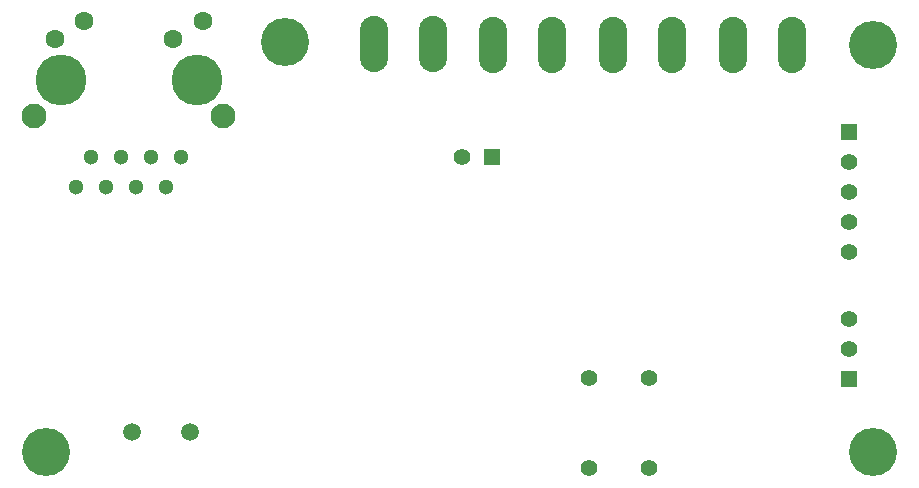
<source format=gbs>
%FSLAX46Y46*%
G04 Gerber Fmt 4.6, Leading zero omitted, Abs format (unit mm)*
G04 Created by KiCad (PCBNEW (2014-jul-16 BZR unknown)-product) date Thu 14 Aug 2014 03:55:34 PM CEST*
%MOMM*%
G01*
G04 APERTURE LIST*
%ADD10C,0.020000*%
%ADD11C,1.397000*%
%ADD12C,4.300000*%
%ADD13C,1.300000*%
%ADD14C,1.600000*%
%ADD15C,2.100000*%
%ADD16O,2.379980X4.759960*%
%ADD17R,1.397000X1.397000*%
%ADD18C,1.501140*%
%ADD19C,4.064000*%
G04 APERTURE END LIST*
D10*
D11*
X72990000Y-52510000D03*
X67910000Y-52510000D03*
X72990000Y-44890000D03*
X67910000Y-44890000D03*
D12*
X34700000Y-19700000D03*
X23200000Y-19700000D03*
D13*
X33396000Y-26222000D03*
X32126000Y-28762000D03*
X30856000Y-26222000D03*
X29586000Y-28762000D03*
X28316000Y-26222000D03*
X27046000Y-28762000D03*
X25776000Y-26222000D03*
X24506000Y-28762000D03*
D14*
X32700000Y-16200000D03*
X35200000Y-14700000D03*
X22700000Y-16200000D03*
X25200000Y-14700000D03*
D15*
X36950000Y-22700000D03*
X20950000Y-22700000D03*
D16*
X85069360Y-16689580D03*
X80070640Y-16689580D03*
X74909360Y-16689580D03*
X69910640Y-16689580D03*
X64749360Y-16689580D03*
X59750640Y-16689580D03*
D17*
X89950000Y-44990000D03*
D11*
X89950000Y-42450000D03*
X89950000Y-39910000D03*
D17*
X59720000Y-26200000D03*
D11*
X57180000Y-26200000D03*
D18*
X29259060Y-49450000D03*
X34140940Y-49450000D03*
D19*
X42200000Y-16450000D03*
X21950000Y-51200000D03*
X91950000Y-16700000D03*
X91950000Y-51200000D03*
D17*
X89950000Y-24100000D03*
D11*
X89950000Y-26640000D03*
X89950000Y-29180000D03*
X89950000Y-31720000D03*
X89950000Y-34260000D03*
D16*
X54699360Y-16649580D03*
X49700640Y-16649580D03*
M02*

</source>
